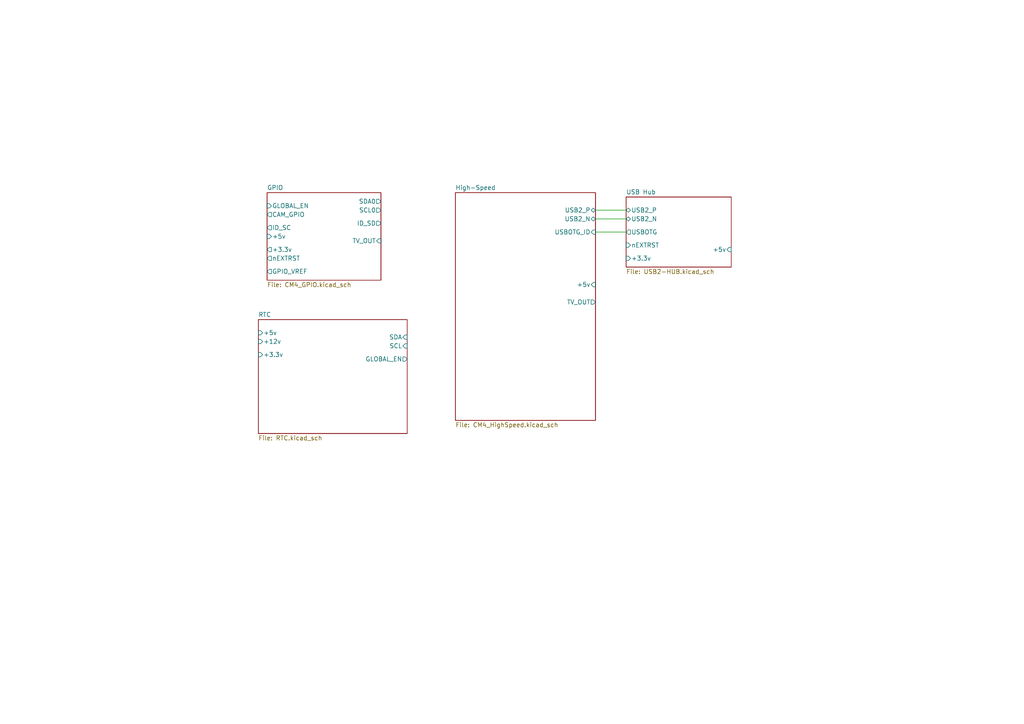
<source format=kicad_sch>
(kicad_sch
	(version 20231120)
	(generator "eeschema")
	(generator_version "8.0")
	(uuid "256914c3-1d7b-4d57-9980-764b26a0049b")
	(paper "A4")
	(lib_symbols)
	(wire
		(pts
			(xy 172.72 60.96) (xy 181.61 60.96)
		)
		(stroke
			(width 0)
			(type default)
		)
		(uuid "073c9952-6ebd-4093-98ed-96bf3749862b")
	)
	(wire
		(pts
			(xy 172.72 63.5) (xy 181.61 63.5)
		)
		(stroke
			(width 0)
			(type default)
		)
		(uuid "4f58b57a-02f8-4caf-8150-998038921f0e")
	)
	(wire
		(pts
			(xy 172.72 67.31) (xy 181.61 67.31)
		)
		(stroke
			(width 0)
			(type default)
		)
		(uuid "d936e531-c462-4475-93a7-8426b176eadc")
	)
	(sheet
		(at 74.93 92.71)
		(size 43.18 33.02)
		(fields_autoplaced yes)
		(stroke
			(width 0.1524)
			(type solid)
		)
		(fill
			(color 0 0 0 0.0000)
		)
		(uuid "41bdffed-128a-42dc-8ebc-1e039c7e32ad")
		(property "Sheetname" "RTC"
			(at 74.93 91.9984 0)
			(effects
				(font
					(size 1.27 1.27)
				)
				(justify left bottom)
			)
		)
		(property "Sheetfile" "RTC.kicad_sch"
			(at 74.93 126.3146 0)
			(effects
				(font
					(size 1.27 1.27)
				)
				(justify left top)
			)
		)
		(pin "+12v" input
			(at 74.93 99.06 180)
			(effects
				(font
					(size 1.27 1.27)
				)
				(justify left)
			)
			(uuid "82036813-c263-4f5f-b429-b2286464edad")
		)
		(pin "+3.3v" input
			(at 74.93 102.87 180)
			(effects
				(font
					(size 1.27 1.27)
				)
				(justify left)
			)
			(uuid "aeb52254-f969-4616-b7c0-d1e01248d339")
		)
		(pin "GLOBAL_EN" output
			(at 118.11 104.14 0)
			(effects
				(font
					(size 1.27 1.27)
				)
				(justify right)
			)
			(uuid "5d9dc212-28af-4c1f-adb9-11c3e84fcd12")
		)
		(pin "SCL" input
			(at 118.11 100.33 0)
			(effects
				(font
					(size 1.27 1.27)
				)
				(justify right)
			)
			(uuid "a014eefa-49f4-436c-94a9-6e2b7573f90d")
		)
		(pin "SDA" input
			(at 118.11 97.79 0)
			(effects
				(font
					(size 1.27 1.27)
				)
				(justify right)
			)
			(uuid "bee5b799-97c9-47e6-a6e6-fcce5a099c44")
		)
		(pin "+5v" input
			(at 74.93 96.52 180)
			(effects
				(font
					(size 1.27 1.27)
				)
				(justify left)
			)
			(uuid "d8e69a06-4a2c-4768-9d00-8140817abb9a")
		)
		(instances
			(project "lcr-meter"
				(path "/ba333b18-b098-477b-9dd4-aab7b9764d9c/fa0205ff-d840-4c89-b6d9-0bee6ad4a2ef"
					(page "10")
				)
			)
		)
	)
	(sheet
		(at 77.47 55.88)
		(size 33.02 25.4)
		(fields_autoplaced yes)
		(stroke
			(width 0.1524)
			(type solid)
		)
		(fill
			(color 0 0 0 0.0000)
		)
		(uuid "744b4b09-81e0-4bc7-8570-49840632c7bc")
		(property "Sheetname" "GPIO"
			(at 77.47 55.1684 0)
			(effects
				(font
					(size 1.27 1.27)
				)
				(justify left bottom)
			)
		)
		(property "Sheetfile" "CM4_GPIO.kicad_sch"
			(at 77.47 81.8646 0)
			(effects
				(font
					(size 1.27 1.27)
				)
				(justify left top)
			)
		)
		(pin "GLOBAL_EN" input
			(at 77.47 59.69 180)
			(effects
				(font
					(size 1.27 1.27)
				)
				(justify left)
			)
			(uuid "5ab1a959-942b-42a9-809d-f587e80d436e")
		)
		(pin "CAM_GPIO" output
			(at 77.47 62.23 180)
			(effects
				(font
					(size 1.27 1.27)
				)
				(justify left)
			)
			(uuid "030cefbf-c1d4-4723-a511-c8d33db841bf")
		)
		(pin "TV_OUT" input
			(at 110.49 69.85 0)
			(effects
				(font
					(size 1.27 1.27)
				)
				(justify right)
			)
			(uuid "503ce466-d234-42c5-8326-f6e71f24dd62")
		)
		(pin "+3.3v" output
			(at 77.47 72.39 180)
			(effects
				(font
					(size 1.27 1.27)
				)
				(justify left)
			)
			(uuid "b722bd10-6aec-4f95-b182-b68529aa7e88")
		)
		(pin "nEXTRST" output
			(at 77.47 74.93 180)
			(effects
				(font
					(size 1.27 1.27)
				)
				(justify left)
			)
			(uuid "91ac4789-49f0-4041-9e3a-469b7439f304")
		)
		(pin "GPIO_VREF" output
			(at 77.47 78.74 180)
			(effects
				(font
					(size 1.27 1.27)
				)
				(justify left)
			)
			(uuid "9f0a5c69-75d8-432e-bcbd-593bd1fb4789")
		)
		(pin "ID_SC" output
			(at 77.47 66.04 180)
			(effects
				(font
					(size 1.27 1.27)
				)
				(justify left)
			)
			(uuid "2e3aea39-127e-426f-a7b4-0aba26277a1b")
		)
		(pin "+5v" input
			(at 77.47 68.58 180)
			(effects
				(font
					(size 1.27 1.27)
				)
				(justify left)
			)
			(uuid "db56c64b-3006-4b2f-80ab-1e97833b1ad5")
		)
		(pin "SDA0" output
			(at 110.49 58.42 0)
			(effects
				(font
					(size 1.27 1.27)
				)
				(justify right)
			)
			(uuid "dd90bb25-352c-4975-af99-6b7a9416dd34")
		)
		(pin "SCL0" output
			(at 110.49 60.96 0)
			(effects
				(font
					(size 1.27 1.27)
				)
				(justify right)
			)
			(uuid "609e94ef-252e-4398-a0a5-b5afee75c45f")
		)
		(pin "ID_SD" output
			(at 110.49 64.77 0)
			(effects
				(font
					(size 1.27 1.27)
				)
				(justify right)
			)
			(uuid "08fffbac-d5a9-47d8-92b8-2877a27298f6")
		)
		(instances
			(project "lcr-meter"
				(path "/ba333b18-b098-477b-9dd4-aab7b9764d9c/fa0205ff-d840-4c89-b6d9-0bee6ad4a2ef"
					(page "9")
				)
			)
		)
	)
	(sheet
		(at 181.61 57.15)
		(size 30.48 20.32)
		(fields_autoplaced yes)
		(stroke
			(width 0.1524)
			(type solid)
		)
		(fill
			(color 0 0 0 0.0000)
		)
		(uuid "b6722af3-221f-4f9f-a2ef-4539be9909c4")
		(property "Sheetname" "USB Hub"
			(at 181.61 56.4384 0)
			(effects
				(font
					(size 1.27 1.27)
				)
				(justify left bottom)
			)
		)
		(property "Sheetfile" "USB2-HUB.kicad_sch"
			(at 181.61 78.0546 0)
			(effects
				(font
					(size 1.27 1.27)
				)
				(justify left top)
			)
		)
		(pin "USB2_N" bidirectional
			(at 181.61 63.5 180)
			(effects
				(font
					(size 1.27 1.27)
				)
				(justify left)
			)
			(uuid "ec9fa5f8-6ac0-4f9a-ba1f-405fd6a2db00")
		)
		(pin "USBOTG" output
			(at 181.61 67.31 180)
			(effects
				(font
					(size 1.27 1.27)
				)
				(justify left)
			)
			(uuid "3adbae2d-ad99-48f2-b623-429b34be6c02")
		)
		(pin "USB2_P" bidirectional
			(at 181.61 60.96 180)
			(effects
				(font
					(size 1.27 1.27)
				)
				(justify left)
			)
			(uuid "5312d2aa-9669-479b-8967-c43d7215a234")
		)
		(pin "nEXTRST" input
			(at 181.61 71.12 180)
			(effects
				(font
					(size 1.27 1.27)
				)
				(justify left)
			)
			(uuid "f7757a3b-daa1-49c4-a25f-9a8acd31bf61")
		)
		(pin "+3.3v" input
			(at 181.61 74.93 180)
			(effects
				(font
					(size 1.27 1.27)
				)
				(justify left)
			)
			(uuid "1d79f588-5e81-4be3-b44c-bbdbbf921d95")
		)
		(pin "+5v" input
			(at 212.09 72.39 0)
			(effects
				(font
					(size 1.27 1.27)
				)
				(justify right)
			)
			(uuid "2ddbb674-6ac9-4dfa-aebb-d41f7bbad059")
		)
		(instances
			(project "lcr-meter"
				(path "/ba333b18-b098-477b-9dd4-aab7b9764d9c/fa0205ff-d840-4c89-b6d9-0bee6ad4a2ef"
					(page "11")
				)
			)
		)
	)
	(sheet
		(at 132.08 55.88)
		(size 40.64 66.04)
		(fields_autoplaced yes)
		(stroke
			(width 0.1524)
			(type solid)
		)
		(fill
			(color 0 0 0 0.0000)
		)
		(uuid "eb4da58b-6641-408c-9d58-4eab2fcc248b")
		(property "Sheetname" "High-Speed"
			(at 132.08 55.1684 0)
			(effects
				(font
					(size 1.27 1.27)
				)
				(justify left bottom)
			)
		)
		(property "Sheetfile" "CM4_HighSpeed.kicad_sch"
			(at 132.08 122.5046 0)
			(effects
				(font
					(size 1.27 1.27)
				)
				(justify left top)
			)
		)
		(pin "+5v" input
			(at 172.72 82.55 0)
			(effects
				(font
					(size 1.27 1.27)
				)
				(justify right)
			)
			(uuid "45fe6f69-9fbf-4355-9ce0-e34000299314")
		)
		(pin "USB2_N" bidirectional
			(at 172.72 63.5 0)
			(effects
				(font
					(size 1.27 1.27)
				)
				(justify right)
			)
			(uuid "220cd74d-5aeb-47db-b2fb-b22924e7291b")
		)
		(pin "USB2_P" bidirectional
			(at 172.72 60.96 0)
			(effects
				(font
					(size 1.27 1.27)
				)
				(justify right)
			)
			(uuid "c7c762de-6d10-40bc-bf4d-b2d1ab3238a6")
		)
		(pin "TV_OUT" output
			(at 172.72 87.63 0)
			(effects
				(font
					(size 1.27 1.27)
				)
				(justify right)
			)
			(uuid "23284c35-7a2c-4f47-b922-38d74681466b")
		)
		(pin "USBOTG_ID" input
			(at 172.72 67.31 0)
			(effects
				(font
					(size 1.27 1.27)
				)
				(justify right)
			)
			(uuid "edd4682f-fb63-4fdf-b2ad-9de535c887bc")
		)
		(instances
			(project "lcr-meter"
				(path "/ba333b18-b098-477b-9dd4-aab7b9764d9c/fa0205ff-d840-4c89-b6d9-0bee6ad4a2ef"
					(page "8")
				)
			)
		)
	)
)

</source>
